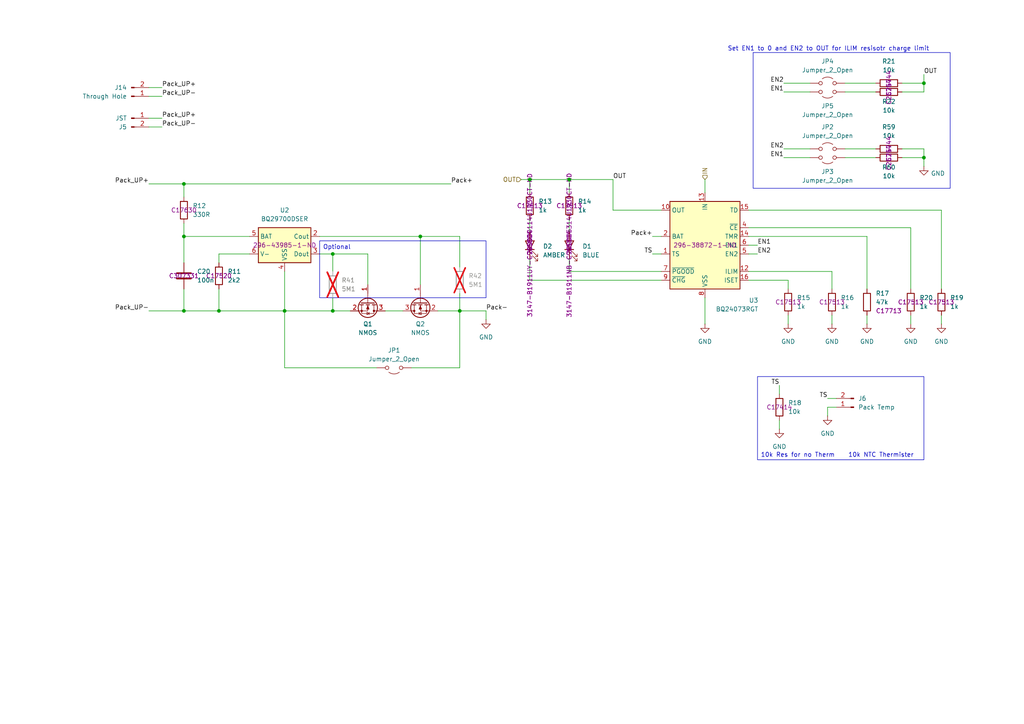
<source format=kicad_sch>
(kicad_sch (version 20250114) (generator "eeschema") (generator_version "9.0")
  (paper "A4")
  (title_block (rev "Rev.1"))
  (lib_symbols
    (symbol "Battery_Management:BQ24073RGT"
      (property "Reference" "U" (at -8.89 13.97 0))
      (property "Value" "BQ24073RGT" (at 16.51 13.97 0))
      (symbol "BQ24073RGT_0_1"
        (rectangle (start -10.16 12.7) (end 10.16 -12.7) (stroke (width 0.254)) (fill (type background)))
      )
      (symbol "BQ24073RGT_1_1"
        (pin input line (at -12.7 10.16 0) (length 2.54) (name "TD") (number "15"))
        (pin input line (at -12.7 5.08 0) (length 2.54) (name "~{CE}") (number "4"))
        (pin input line (at -12.7 2.54 0) (length 2.54) (name "TMR") (number "14"))
        (pin input line (at -12.7 0 0) (length 2.54) (name "EN1") (number "6"))
        (pin input line (at -12.7 -2.54 0) (length 2.54) (name "EN2") (number "5"))
        (pin passive line (at -12.7 -7.62 0) (length 2.54) (name "ILIM") (number "12"))
        (pin passive line (at -12.7 -10.16 0) (length 2.54) (name "ISET") (number "16"))
        (pin power_in line (at 0 15.24 270) (length 2.54) (name "IN") (number "13"))
        (pin passive line (at 0 -15.24 90) (length 2.54) (hide yes) (name "VSS") (number "17"))
        (pin power_in line (at 0 -15.24 90) (length 2.54) (name "VSS") (number "8"))
        (pin power_out line (at 12.7 10.16 180) (length 2.54) (name "OUT") (number "10"))
        (pin passive line (at 12.7 10.16 180) (length 2.54) (hide yes) (name "OUT") (number "11"))
        (pin power_out line (at 12.7 2.54 180) (length 2.54) (name "BAT") (number "2"))
        (pin passive line (at 12.7 2.54 180) (length 2.54) (hide yes) (name "BAT") (number "3"))
        (pin passive line (at 12.7 -2.54 180) (length 2.54) (name "TS") (number "1"))
        (pin open_collector line (at 12.7 -7.62 180) (length 2.54) (name "~{PGOOD}") (number "7"))
        (pin open_collector line (at 12.7 -10.16 180) (length 2.54) (name "~{CHG}") (number "9"))
      )
    )
    (symbol "Battery_Management:BQ297xy"
      (property "Reference" "U" (at -6.35 6.35 0))
      (property "Value" "BQ297xy" (at 5.08 -6.35 0))
      (symbol "BQ297xy_0_1"
        (rectangle (start -7.62 5.08) (end 7.62 -5.08) (stroke (width 0.254)) (fill (type background)))
      )
      (symbol "BQ297xy_1_1"
        (pin input line (at -10.16 2.54 0) (length 2.54) (name "BAT") (number "5"))
        (pin input line (at -10.16 -2.54 0) (length 2.54) (name "V-") (number "6"))
        (pin power_in line (at 0 -7.62 90) (length 2.54) (name "VSS") (number "4"))
        (pin no_connect line (at 7.62 0 180) (length 2.54) (hide yes) (name "NC") (number "1"))
        (pin output line (at 10.16 2.54 180) (length 2.54) (name "Cout") (number "2"))
        (pin output line (at 10.16 -2.54 180) (length 2.54) (name "Dout") (number "3"))
      )
    )
    (symbol "Connector:Conn_01x02_Pin" (pin_names (offset 1.016) (hide yes))
      (property "Reference" "J" (at 0 2.54 0))
      (property "Value" "Conn_01x02_Pin" (at 0 -5.08 0))
      (symbol "Conn_01x02_Pin_1_1"
        (rectangle (start 0.8636 0.127) (end 0 -0.127) (stroke (width 0.1524)) (fill (type outline)))
        (rectangle (start 0.8636 -2.413) (end 0 -2.667) (stroke (width 0.1524)) (fill (type outline)))
        (polyline (pts (xy 1.27 0) (xy 0.8636 0)) (stroke (width 0.1524)))
        (polyline (pts (xy 1.27 -2.54) (xy 0.8636 -2.54)) (stroke (width 0.1524)))
        (pin passive line (at 5.08 0 180) (length 3.81) (name "Pin_1") (number "1"))
        (pin passive line (at 5.08 -2.54 180) (length 3.81) (name "Pin_2") (number "2"))
      )
    )
    (symbol "Device:C" (pin_numbers (hide yes)) (pin_names (offset 0.254))
      (property "Reference" "C" (at 0.635 2.54 0))
      (property "Value" "C" (at 0.635 -2.54 0))
      (symbol "C_0_1"
        (polyline (pts (xy -2.032 0.762) (xy 2.032 0.762)) (stroke (width 0.508)))
        (polyline (pts (xy -2.032 -0.762) (xy 2.032 -0.762)) (stroke (width 0.508)))
      )
      (symbol "C_1_1"
        (pin passive line (at 0 3.81 270) (length 2.794) (name "~") (number "1"))
        (pin passive line (at 0 -3.81 90) (length 2.794) (name "~") (number "2"))
      )
    )
    (symbol "Device:LED" (pin_numbers (hide yes)) (pin_names (offset 1.016) (hide yes))
      (property "Reference" "D" (at 0 2.54 0))
      (property "Value" "LED" (at 0 -2.54 0))
      (symbol "LED_0_1"
        (polyline (pts (xy -3.048 -0.762) (xy -4.572 -2.286) (xy -3.81 -2.286) (xy -4.572 -2.286) (xy -4.572 -1.524)))
        (polyline (pts (xy -1.778 -0.762) (xy -3.302 -2.286) (xy -2.54 -2.286) (xy -3.302 -2.286) (xy -3.302 -1.524)))
        (polyline (pts (xy -1.27 0) (xy 1.27 0)))
        (polyline (pts (xy -1.27 -1.27) (xy -1.27 1.27)) (stroke (width 0.254)))
        (polyline (pts (xy 1.27 -1.27) (xy 1.27 1.27) (xy -1.27 0) (xy 1.27 -1.27)) (stroke (width 0.254)))
      )
      (symbol "LED_1_1"
        (pin passive line (at -3.81 0 0) (length 2.54) (name "K") (number "1"))
        (pin passive line (at 3.81 0 180) (length 2.54) (name "A") (number "2"))
      )
    )
    (symbol "Device:R" (pin_numbers (hide yes)) (pin_names (offset 0))
      (property "Reference" "R" (at 2.032 0 90))
      (property "Value" "R" (at 0 0 90))
      (symbol "R_0_1"
        (rectangle (start -1.016 -2.54) (end 1.016 2.54) (stroke (width 0.254)))
      )
      (symbol "R_1_1"
        (pin passive line (at 0 3.81 270) (length 1.27) (name "~") (number "1"))
        (pin passive line (at 0 -3.81 90) (length 1.27) (name "~") (number "2"))
      )
    )
    (symbol "Jumper:Jumper_2_Open" (pin_numbers (hide yes)) (pin_names (offset 0) (hide yes)) (exclude_from_sim yes)
      (property "Reference" "JP" (at 0 2.794 0))
      (property "Value" "Jumper_2_Open" (at 0 -2.286 0))
      (symbol "Jumper_2_Open_0_0"
        (circle (center -2.032 0) (radius 0.508))
        (circle (center 2.032 0) (radius 0.508))
      )
      (symbol "Jumper_2_Open_0_1"
        (arc (start -1.524 1.27) (mid 0 1.778) (end 1.524 1.27))
      )
      (symbol "Jumper_2_Open_1_1"
        (pin passive line (at -5.08 0 0) (length 2.54) (name "A") (number "1"))
        (pin passive line (at 5.08 0 180) (length 2.54) (name "B") (number "2"))
      )
    )
    (symbol "Transistor_FET:Q_NMOS_GSD" (pin_names (offset 0) (hide yes))
      (property "Reference" "Q" (at 5.08 1.905 0))
      (property "Value" "Q_NMOS_GSD" (at 5.08 0 0))
      (symbol "Q_NMOS_GSD_0_1"
        (polyline (pts (xy 0.254 1.905) (xy 0.254 -1.905)) (stroke (width 0.254)))
        (polyline (pts (xy 0.254 0) (xy -2.54 0)))
        (polyline (pts (xy 0.762 2.286) (xy 0.762 1.27)) (stroke (width 0.254)))
        (polyline (pts (xy 0.762 0.508) (xy 0.762 -0.508)) (stroke (width 0.254)))
        (polyline (pts (xy 0.762 -1.27) (xy 0.762 -2.286)) (stroke (width 0.254)))
        (polyline (pts (xy 0.762 -1.778) (xy 3.302 -1.778) (xy 3.302 1.778) (xy 0.762 1.778)))
        (polyline (pts (xy 1.016 0) (xy 2.032 0.381) (xy 2.032 -0.381) (xy 1.016 0)) (fill (type outline)))
        (circle (center 1.651 0) (radius 2.794) (stroke (width 0.254)))
        (polyline (pts (xy 2.54 2.54) (xy 2.54 1.778)))
        (circle (center 2.54 1.778) (radius 0.254) (fill (type outline)))
        (circle (center 2.54 -1.778) (radius 0.254) (fill (type outline)))
        (polyline (pts (xy 2.54 -2.54) (xy 2.54 0) (xy 0.762 0)))
        (polyline (pts (xy 2.921 0.381) (xy 3.683 0.381)))
        (polyline (pts (xy 3.302 0.381) (xy 2.921 -0.254) (xy 3.683 -0.254) (xy 3.302 0.381)))
      )
      (symbol "Q_NMOS_GSD_1_1"
        (pin input line (at -5.08 0 0) (length 2.54) (name "G") (number "1"))
        (pin passive line (at 2.54 5.08 270) (length 2.54) (name "D") (number "3"))
        (pin passive line (at 2.54 -5.08 90) (length 2.54) (name "S") (number "2"))
      )
    )
    (symbol "power:GND" (power) (pin_numbers (hide yes)) (pin_names (offset 0) (hide yes))
      (property "Value" "GND" (at 0 -3.81 0))
      (symbol "GND_0_1"
        (polyline (pts (xy 0 0) (xy 0 -1.27) (xy 1.27 -1.27) (xy 0 -2.54) (xy -1.27 -1.27) (xy 0 -1.27)))
      )
      (symbol "GND_1_1"
        (pin power_in line (at 0 0 270) (length 0) (name "~") (number "1"))
      )
    )
  )
  (rectangle (start 219.71 109.22) (end 267.97 133.35))
  (rectangle (start 218.44 15.24) (end 275.59 54.61))
  (text "10k NTC Thermister" (at 255.524 132.08 0) (effects (font (size 1.27 1.27))))
  (text "Set EN1 to 0 and EN2 to OUT for ILIM resisotr charge limit" (at 240.284 14.224 0) (effects (font (size 1.27 1.27))))
  (text "10k Res for no Therm" (at 231.394 132.08 0) (effects (font (size 1.27 1.27))))
  (text_box "Optional" (at 92.71 69.85 0) (size 48.26 16.51) (margins 0.9525 0.9525 0.9525 0.9525) (effects (font (size 1.27 1.27)) (justify left top)))
  (junction (at 96.52 90.17))
  (junction (at 96.52 73.66))
  (junction (at 53.34 90.17))
  (junction (at 133.35 90.17))
  (junction (at 53.34 53.34))
  (junction (at 82.55 90.17))
  (junction (at 121.92 68.58))
  (junction (at 165.1 52.07))
  (junction (at 267.97 24.13))
  (junction (at 153.67 52.07))
  (junction (at 267.97 45.72))
  (junction (at 53.34 68.58))
  (junction (at 63.5 90.17))
  (wire (pts (xy 43.18 34.29) (xy 46.99 34.29)))
  (wire (pts (xy 165.1 78.74) (xy 191.77 78.74)))
  (wire (pts (xy 111.76 90.17) (xy 116.84 90.17)))
  (wire (pts (xy 240.03 120.65) (xy 240.03 118.11)))
  (wire (pts (xy 241.3 78.74) (xy 241.3 83.82)))
  (wire (pts (xy 92.71 68.58) (xy 121.92 68.58)))
  (wire (pts (xy 53.34 68.58) (xy 53.34 76.2)))
  (wire (pts (xy 165.1 52.07) (xy 177.8 52.07)))
  (wire (pts (xy 228.6 83.82) (xy 228.6 81.28)))
  (wire (pts (xy 261.62 43.18) (xy 267.97 43.18)))
  (wire (pts (xy 121.92 68.58) (xy 121.92 82.55)))
  (wire (pts (xy 264.16 91.44) (xy 264.16 93.98)))
  (wire (pts (xy 153.67 74.93) (xy 153.67 81.28)))
  (wire (pts (xy 245.11 43.18) (xy 254 43.18)))
  (wire (pts (xy 251.46 83.82) (xy 251.46 68.58)))
  (wire (pts (xy 153.67 63.5) (xy 153.67 67.31)))
  (wire (pts (xy 46.99 27.94) (xy 43.18 27.94)))
  (wire (pts (xy 228.6 81.28) (xy 217.17 81.28)))
  (wire (pts (xy 267.97 21.59) (xy 267.97 24.13)))
  (wire (pts (xy 63.5 83.82) (xy 63.5 90.17)))
  (wire (pts (xy 106.68 82.55) (xy 106.68 73.66)))
  (wire (pts (xy 153.67 52.07) (xy 165.1 52.07)))
  (wire (pts (xy 251.46 68.58) (xy 217.17 68.58)))
  (wire (pts (xy 140.97 90.17) (xy 140.97 92.71)))
  (wire (pts (xy 109.22 106.68) (xy 82.55 106.68)))
  (wire (pts (xy 177.8 60.96) (xy 191.77 60.96)))
  (wire (pts (xy 189.23 68.58) (xy 191.77 68.58)))
  (wire (pts (xy 267.97 43.18) (xy 267.97 45.72)))
  (wire (pts (xy 228.6 91.44) (xy 228.6 93.98)))
  (wire (pts (xy 96.52 73.66) (xy 92.71 73.66)))
  (wire (pts (xy 241.3 91.44) (xy 241.3 93.98)))
  (wire (pts (xy 264.16 66.04) (xy 217.17 66.04)))
  (wire (pts (xy 82.55 90.17) (xy 96.52 90.17)))
  (wire (pts (xy 63.5 90.17) (xy 53.34 90.17)))
  (wire (pts (xy 96.52 86.36) (xy 96.52 90.17)))
  (wire (pts (xy 96.52 90.17) (xy 101.6 90.17)))
  (wire (pts (xy 227.33 43.18) (xy 234.95 43.18)))
  (wire (pts (xy 219.71 71.12) (xy 217.17 71.12)))
  (wire (pts (xy 121.92 68.58) (xy 133.35 68.58)))
  (wire (pts (xy 53.34 53.34) (xy 53.34 57.15)))
  (wire (pts (xy 189.23 73.66) (xy 191.77 73.66)))
  (wire (pts (xy 273.05 60.96) (xy 217.17 60.96)))
  (wire (pts (xy 53.34 83.82) (xy 53.34 90.17)))
  (wire (pts (xy 240.03 118.11) (xy 242.57 118.11)))
  (wire (pts (xy 241.3 78.74) (xy 217.17 78.74)))
  (wire (pts (xy 140.97 90.17) (xy 133.35 90.17)))
  (wire (pts (xy 133.35 106.68) (xy 133.35 90.17)))
  (wire (pts (xy 53.34 53.34) (xy 130.81 53.34)))
  (wire (pts (xy 82.55 78.74) (xy 82.55 90.17)))
  (wire (pts (xy 240.03 115.57) (xy 242.57 115.57)))
  (wire (pts (xy 227.33 24.13) (xy 234.95 24.13)))
  (wire (pts (xy 82.55 90.17) (xy 63.5 90.17)))
  (wire (pts (xy 153.67 55.88) (xy 153.67 52.07)))
  (wire (pts (xy 153.67 81.28) (xy 191.77 81.28)))
  (wire (pts (xy 53.34 64.77) (xy 53.34 68.58)))
  (wire (pts (xy 254 26.67) (xy 245.11 26.67)))
  (wire (pts (xy 153.67 52.07) (xy 151.13 52.07)))
  (wire (pts (xy 177.8 52.07) (xy 177.8 60.96)))
  (wire (pts (xy 96.52 73.66) (xy 106.68 73.66)))
  (wire (pts (xy 96.52 78.74) (xy 96.52 73.66)))
  (wire (pts (xy 227.33 45.72) (xy 234.95 45.72)))
  (wire (pts (xy 273.05 83.82) (xy 273.05 60.96)))
  (wire (pts (xy 261.62 45.72) (xy 267.97 45.72)))
  (wire (pts (xy 165.1 63.5) (xy 165.1 67.31)))
  (wire (pts (xy 227.33 26.67) (xy 234.95 26.67)))
  (wire (pts (xy 63.5 73.66) (xy 63.5 76.2)))
  (wire (pts (xy 264.16 83.82) (xy 264.16 66.04)))
  (wire (pts (xy 43.18 25.4) (xy 46.99 25.4)))
  (wire (pts (xy 133.35 85.09) (xy 133.35 90.17)))
  (wire (pts (xy 53.34 90.17) (xy 43.18 90.17)))
  (wire (pts (xy 82.55 90.17) (xy 82.55 106.68)))
  (wire (pts (xy 43.18 53.34) (xy 53.34 53.34)))
  (wire (pts (xy 72.39 73.66) (xy 63.5 73.66)))
  (wire (pts (xy 119.38 106.68) (xy 133.35 106.68)))
  (wire (pts (xy 165.1 74.93) (xy 165.1 78.74)))
  (wire (pts (xy 245.11 24.13) (xy 254 24.13)))
  (wire (pts (xy 226.06 114.3) (xy 226.06 111.76)))
  (wire (pts (xy 267.97 24.13) (xy 267.97 26.67)))
  (wire (pts (xy 245.11 45.72) (xy 254 45.72)))
  (wire (pts (xy 251.46 91.44) (xy 251.46 93.98)))
  (wire (pts (xy 165.1 52.07) (xy 165.1 55.88)))
  (wire (pts (xy 273.05 91.44) (xy 273.05 93.98)))
  (wire (pts (xy 204.47 86.36) (xy 204.47 93.98)))
  (wire (pts (xy 267.97 26.67) (xy 261.62 26.67)))
  (wire (pts (xy 261.62 24.13) (xy 267.97 24.13)))
  (wire (pts (xy 204.47 52.07) (xy 204.47 55.88)))
  (wire (pts (xy 226.06 121.92) (xy 226.06 124.46)))
  (wire (pts (xy 267.97 45.72) (xy 267.97 48.26)))
  (wire (pts (xy 133.35 77.47) (xy 133.35 68.58)))
  (wire (pts (xy 53.34 68.58) (xy 72.39 68.58)))
  (wire (pts (xy 219.71 73.66) (xy 217.17 73.66)))
  (wire (pts (xy 127 90.17) (xy 133.35 90.17)))
  (wire (pts (xy 46.99 36.83) (xy 43.18 36.83)))
  (label "Pack+" (at 130.81 53.34 0))
  (label "TS" (at 189.23 73.66 180))
  (label "Pack_UP+" (at 46.99 34.29 0))
  (label "EN1" (at 219.71 71.12 0))
  (label "EN2" (at 219.71 73.66 0))
  (label "OUT" (at 267.97 21.59 0))
  (label "Pack_UP-" (at 43.18 90.17 180))
  (label "EN1" (at 227.33 26.67 180))
  (label "EN2" (at 227.33 43.18 180))
  (label "OUT" (at 177.8 52.07 0))
  (label "Pack_UP+" (at 46.99 25.4 0))
  (label "Pack_UP+" (at 43.18 53.34 180))
  (label "TS" (at 240.03 115.57 180))
  (label "Pack+" (at 189.23 68.58 180))
  (label "EN1" (at 227.33 45.72 180))
  (label "Pack_UP-" (at 46.99 27.94 0))
  (label "Pack_UP-" (at 46.99 36.83 0))
  (label "EN2" (at 227.33 24.13 180))
  (label "TS" (at 226.06 111.76 180))
  (label "Pack-" (at 140.97 90.17 0))
  (hierarchical_label "IN" (shape input) (at 204.47 52.07 90))
  (hierarchical_label "OUT" (shape input) (at 151.13 52.07 180))
  (symbol (lib_id "Device:R") (at 257.81 26.67 90) (unit 1)
    (property "Reference" "R22" (at 257.81 29.464 90))
    (property "Value" "10k" (at 257.81 32.004 90))
    (property "Footprint" "Resistor_SMD:R_0402_1005Metric" (effects (hide yes)))
    (property "Description" "Resistor" (effects (hide yes)))
    (property "LCSC" "C25744" (at 257.81 26.67 0))
  )
  (symbol (lib_id "Device:R") (at 241.3 87.63 0) (unit 1)
    (property "Reference" "R16" (at 243.84 86.3599 0) (effects (justify left)))
    (property "Value" "1k" (at 243.84 88.8999 0) (effects (justify left)))
    (property "Footprint" "Resistor_SMD:R_0805_2012Metric" (effects (hide yes)))
    (property "Description" "Resistor" (effects (hide yes)))
    (property "LCSC" "C17513" (at 241.3 87.63 0))
  )
  (symbol (lib_id "Device:R") (at 96.52 82.55 0) (unit 1) (dnp yes)
    (property "Reference" "R41" (at 99.06 81.2799 0) (effects (justify left)))
    (property "Value" "5M1" (at 99.06 83.8199 0) (effects (justify left)))
    (property "Footprint" "Resistor_SMD:R_0805_2012Metric" (effects (hide yes)))
    (property "Description" "Resistor" (effects (hide yes)))
  )
  (symbol (lib_id "Device:R") (at 264.16 87.63 0) (unit 1)
    (property "Reference" "R20" (at 266.7 86.3599 0) (effects (justify left)))
    (property "Value" "1k" (at 266.7 88.8999 0) (effects (justify left)))
    (property "Footprint" "Resistor_SMD:R_0805_2012Metric" (effects (hide yes)))
    (property "Description" "Resistor" (effects (hide yes)))
    (property "LCSC" "C17513" (at 264.16 87.63 0))
  )
  (symbol (lib_id "power:GND") (at 204.47 93.98 0) (unit 1)
    (property "Reference" "#PWR020" (effects (hide yes)))
    (property "Value" "GND" (at 204.47 99.06 0))
    (property "Description" "Power symbol creates a global label with name \"GND\" , ground" (effects (hide yes)))
  )
  (symbol (lib_id "Device:R") (at 251.46 87.63 0) (unit 1)
    (property "Reference" "R17" (at 254 85.0899 0) (effects (justify left)))
    (property "Value" "47k" (at 254 87.6299 0) (effects (justify left)))
    (property "Footprint" "Resistor_SMD:R_0805_2012Metric" (effects (hide yes)))
    (property "Description" "Resistor" (effects (hide yes)))
    (property "LCSC" "C17713" (at 254 90.1699 0) (effects (justify left)))
  )
  (symbol (lib_id "power:GND") (at 240.03 120.65 0) (unit 1)
    (property "Reference" "#PWR027" (effects (hide yes)))
    (property "Value" "GND" (at 240.03 125.73 0))
    (property "Description" "Power symbol creates a global label with name \"GND\" , ground" (effects (hide yes)))
  )
  (symbol (lib_id "Jumper:Jumper_2_Open") (at 240.03 26.67 180) (unit 1) (exclude_from_sim yes)
    (property "Reference" "JP5" (at 240.03 30.734 0))
    (property "Value" "Jumper_2_Open" (at 240.03 33.274 0))
    (property "Footprint" "Jumper:SolderJumper-2_P1.3mm_Open_TrianglePad1.0x1.5mm" (effects (hide yes)))
    (property "Description" "Jumper, 2-pole, open" (effects (hide yes)))
  )
  (symbol (lib_id "Jumper:Jumper_2_Open") (at 240.03 24.13 0) (unit 1) (exclude_from_sim yes)
    (property "Reference" "JP4" (at 240.03 17.78 0))
    (property "Value" "Jumper_2_Open" (at 240.03 20.32 0))
    (property "Footprint" "Jumper:SolderJumper-2_P1.3mm_Open_TrianglePad1.0x1.5mm" (effects (hide yes)))
    (property "Description" "Jumper, 2-pole, open" (effects (hide yes)))
  )
  (symbol (lib_id "Device:LED") (at 153.67 71.12 90) (unit 1)
    (property "Reference" "D2" (at 157.48 71.4374 90) (effects (justify right)))
    (property "Value" "AMBER" (at 157.48 73.9774 90) (effects (justify right)))
    (property "Footprint" "LED_SMD:LED_0603_1608Metric" (effects (hide yes)))
    (property "Description" "Light emitting diode" (effects (hide yes)))
    (property "Sim.Pins" "1=K 2=A" (effects (hide yes)))
    (property "LCSC" "C965804" (at 153.67 71.12 0))
    (property "DK#" "3147-B1911UY--20D000114U1930CT-ND" (at 153.67 71.12 0))
  )
  (symbol (lib_id "Connector:Conn_01x02_Pin") (at 38.1 34.29 0) (unit 1)
    (property "Reference" "J5" (at 36.83 36.8301 0) (effects (justify right)))
    (property "Value" "JST" (at 36.83 34.2901 0) (effects (justify right)))
    (property "Footprint" "Connector_JST:JST_PH_B2B-PH-K_1x02_P2.00mm_Vertical" (effects (hide yes)))
    (property "Description" "Generic connector, single row, 01x02, script generated" (effects (hide yes)))
  )
  (symbol (lib_id "Device:R") (at 53.34 60.96 0) (unit 1)
    (property "Reference" "R12" (at 55.88 59.6899 0) (effects (justify left)))
    (property "Value" "330R" (at 55.88 62.2299 0) (effects (justify left)))
    (property "Footprint" "Resistor_SMD:R_0805_2012Metric" (effects (hide yes)))
    (property "Description" "Resistor" (effects (hide yes)))
    (property "LCSC" "C17630" (at 53.34 60.96 0))
  )
  (symbol (lib_id "power:GND") (at 226.06 124.46 0) (unit 1)
    (property "Reference" "#PWR026" (effects (hide yes)))
    (property "Value" "GND" (at 226.06 129.54 0))
    (property "Description" "Power symbol creates a global label with name \"GND\" , ground" (effects (hide yes)))
  )
  (symbol (lib_id "Device:R") (at 257.81 45.72 90) (unit 1)
    (property "Reference" "R60" (at 257.81 48.514 90))
    (property "Value" "10k" (at 257.81 51.054 90))
    (property "Footprint" "Resistor_SMD:R_0402_1005Metric" (effects (hide yes)))
    (property "Description" "Resistor" (effects (hide yes)))
    (property "LCSC" "C25744" (at 257.81 45.72 0))
  )
  (symbol (lib_id "power:GND") (at 140.97 92.71 0) (unit 1)
    (property "Reference" "#PWR021" (effects (hide yes)))
    (property "Value" "GND" (at 140.97 97.79 0))
    (property "Description" "Power symbol creates a global label with name \"GND\" , ground" (effects (hide yes)))
  )
  (symbol (lib_id "Transistor_FET:Q_NMOS_GSD") (at 121.92 87.63 90) (mirror x) (unit 1)
    (property "Reference" "Q2" (at 121.92 93.98 90))
    (property "Value" "NMOS" (at 121.92 96.52 90))
    (property "Footprint" "Package_TO_SOT_SMD:SOT-23" (effects (hide yes)))
    (property "Description" "N-MOSFET transistor, gate/source/drain" (effects (hide yes)))
    (property "Sim.Device" "NMOS" (effects (hide yes)))
    (property "Sim.Type" "VDMOS" (effects (hide yes)))
    (property "Sim.Pins" "1=D 2=G 3=S" (effects (hide yes)))
    (property "LCSC" "C427390" (effects (hide yes)))
  )
  (symbol (lib_id "power:GND") (at 228.6 93.98 0) (unit 1)
    (property "Reference" "#PWR023" (effects (hide yes)))
    (property "Value" "GND" (at 228.6 99.06 0))
    (property "Description" "Power symbol creates a global label with name \"GND\" , ground" (effects (hide yes)))
  )
  (symbol (lib_id "Device:R") (at 257.81 43.18 90) (unit 1)
    (property "Reference" "R59" (at 257.81 36.83 90))
    (property "Value" "10k" (at 257.81 39.37 90))
    (property "Footprint" "Resistor_SMD:R_0402_1005Metric" (effects (hide yes)))
    (property "Description" "Resistor" (effects (hide yes)))
    (property "LCSC" "C25744" (at 257.81 43.18 0))
  )
  (symbol (lib_id "Device:R") (at 273.05 87.63 0) (unit 1)
    (property "Reference" "R19" (at 275.59 86.3599 0) (effects (justify left)))
    (property "Value" "1k" (at 275.59 88.8999 0) (effects (justify left)))
    (property "Footprint" "Resistor_SMD:R_0805_2012Metric" (effects (hide yes)))
    (property "Description" "Resistor" (effects (hide yes)))
    (property "LCSC" "C17513" (at 273.05 87.63 0))
  )
  (symbol (lib_id "Device:R") (at 133.35 81.28 0) (unit 1) (dnp yes)
    (property "Reference" "R42" (at 135.89 80.0099 0) (effects (justify left)))
    (property "Value" "5M1" (at 135.89 82.5499 0) (effects (justify left)))
    (property "Footprint" "Resistor_SMD:R_0805_2012Metric" (effects (hide yes)))
    (property "Description" "Resistor" (effects (hide yes)))
  )
  (symbol (lib_id "power:GND") (at 273.05 93.98 0) (unit 1)
    (property "Reference" "#PWR028" (effects (hide yes)))
    (property "Value" "GND" (at 273.05 99.06 0))
    (property "Description" "Power symbol creates a global label with name \"GND\" , ground" (effects (hide yes)))
  )
  (symbol (lib_id "Battery_Management:BQ24073RGT") (at 204.47 71.12 0) (mirror y) (unit 1)
    (property "Reference" "U3" (at 219.964 87.122 0) (effects (justify left)))
    (property "Value" "BQ24073RGT" (at 219.964 89.662 0) (effects (justify left)))
    (property "Footprint" "Package_DFN_QFN:VQFN-16-1EP_3x3mm_P0.5mm_EP1.6x1.6mm" (effects (hide yes)))
    (property "Datasheet" "http://www.ti.com/lit/ds/symlink/bq24073.pdf" (effects (hide yes)))
    (property "Description" "USB-Friendly Li-Ion Battery Charger and Power-Path Management, VQFN-16" (effects (hide yes)))
    (property "LCSC" "C15220" (effects (hide yes)))
    (property "LCLink" "https://www.lcsc.com/product-detail/Battery-Management_Texas-Instruments-BQ24073RGTR_C15220.html?s_z=n_bq2407" (effects (hide yes)))
    (property "DK#" "296-38872-1-ND" (at 204.47 71.12 0))
  )
  (symbol (lib_id "power:GND") (at 267.97 48.26 0) (unit 1)
    (property "Reference" "#PWR022" (effects (hide yes)))
    (property "Value" "GND" (at 272.034 50.292 0))
    (property "Description" "Power symbol creates a global label with name \"GND\" , ground" (effects (hide yes)))
  )
  (symbol (lib_id "Transistor_FET:Q_NMOS_GSD") (at 106.68 87.63 270) (unit 1)
    (property "Reference" "Q1" (at 106.68 93.98 90))
    (property "Value" "NMOS" (at 106.68 96.52 90))
    (property "Footprint" "Package_TO_SOT_SMD:SOT-23" (effects (hide yes)))
    (property "Description" "N-MOSFET transistor, gate/source/drain" (effects (hide yes)))
    (property "Sim.Device" "NMOS" (effects (hide yes)))
    (property "Sim.Type" "VDMOS" (effects (hide yes)))
    (property "Sim.Pins" "1=D 2=G 3=S" (effects (hide yes)))
    (property "LCSC" "C427390" (effects (hide yes)))
  )
  (symbol (lib_id "Jumper:Jumper_2_Open") (at 114.3 106.68 180) (unit 1) (exclude_from_sim yes)
    (property "Reference" "JP1" (at 114.3 101.6 0))
    (property "Value" "Jumper_2_Open" (at 114.3 104.14 0))
    (property "Footprint" "Jumper:SolderJumper-2_P1.3mm_Open_TrianglePad1.0x1.5mm" (effects (hide yes)))
    (property "Description" "Jumper, 2-pole, open" (effects (hide yes)))
  )
  (symbol (lib_id "Device:R") (at 165.1 59.69 0) (unit 1)
    (property "Reference" "R14" (at 167.64 58.4199 0) (effects (justify left)))
    (property "Value" "1k" (at 167.64 60.9599 0) (effects (justify left)))
    (property "Footprint" "Resistor_SMD:R_0805_2012Metric" (effects (hide yes)))
    (property "Description" "Resistor" (effects (hide yes)))
    (property "LCSC" "C17513" (at 165.1 59.69 0))
  )
  (symbol (lib_id "Device:R") (at 257.81 24.13 90) (unit 1)
    (property "Reference" "R21" (at 257.81 17.78 90))
    (property "Value" "10k" (at 257.81 20.32 90))
    (property "Footprint" "Resistor_SMD:R_0402_1005Metric" (effects (hide yes)))
    (property "Description" "Resistor" (effects (hide yes)))
    (property "LCSC" "C25744" (at 257.81 24.13 0))
  )
  (symbol (lib_id "Battery_Management:BQ297xy") (at 82.55 71.12 0) (unit 1)
    (property "Reference" "U2" (at 82.55 60.96 0))
    (property "Value" "BQ29700DSER" (at 82.55 63.5 0))
    (property "Footprint" "Package_SON:WSON-6_1.5x1.5mm_P0.5mm" (effects (hide yes)))
    (property "Datasheet" "http://www.ti.com/lit/ds/symlink/bq2970.pdf" (effects (hide yes)))
    (property "Description" "Voltage and Current Protection for Single-Cell Li-Ion and Li-Polymer Batteries" (effects (hide yes)))
    (property "LCSC" "C183096" (effects (hide yes)))
    (property "DK#" "296-43985-1-ND" (at 82.55 71.12 0))
  )
  (symbol (lib_id "Device:C") (at 53.34 80.01 0) (unit 1)
    (property "Reference" "C20" (at 57.15 78.7399 0) (effects (justify left)))
    (property "Value" "100n" (at 57.15 81.2799 0) (effects (justify left)))
    (property "Footprint" "Capacitor_SMD:C_0402_1005Metric" (effects (hide yes)))
    (property "Description" "Unpolarized capacitor" (effects (hide yes)))
    (property "LCSC" "C307331" (at 53.34 80.01 0))
  )
  (symbol (lib_id "power:GND") (at 241.3 93.98 0) (unit 1)
    (property "Reference" "#PWR024" (effects (hide yes)))
    (property "Value" "GND" (at 241.3 99.06 0))
    (property "Description" "Power symbol creates a global label with name \"GND\" , ground" (effects (hide yes)))
  )
  (symbol (lib_id "Connector:Conn_01x02_Pin") (at 247.65 118.11 180) (unit 1)
    (property "Reference" "J6" (at 248.92 115.5699 0) (effects (justify right)))
    (property "Value" "Pack Temp" (at 248.92 118.1099 0) (effects (justify right)))
    (property "Footprint" "Connector_PinHeader_2.54mm:PinHeader_1x02_P2.54mm_Vertical" (effects (hide yes)))
    (property "Description" "Generic connector, single row, 01x02, script generated" (effects (hide yes)))
  )
  (symbol (lib_id "Device:R") (at 228.6 87.63 0) (unit 1)
    (property "Reference" "R15" (at 231.14 86.3599 0) (effects (justify left)))
    (property "Value" "1k" (at 231.14 88.8999 0) (effects (justify left)))
    (property "Footprint" "Resistor_SMD:R_0805_2012Metric" (effects (hide yes)))
    (property "Description" "Resistor" (effects (hide yes)))
    (property "LCSC" "C17513" (at 228.6 87.63 0))
  )
  (symbol (lib_id "power:GND") (at 264.16 93.98 0) (unit 1)
    (property "Reference" "#PWR029" (effects (hide yes)))
    (property "Value" "GND" (at 264.16 99.06 0))
    (property "Description" "Power symbol creates a global label with name \"GND\" , ground" (effects (hide yes)))
  )
  (symbol (lib_id "Device:R") (at 153.67 59.69 0) (unit 1)
    (property "Reference" "R13" (at 156.21 58.4199 0) (effects (justify left)))
    (property "Value" "1k" (at 156.21 60.9599 0) (effects (justify left)))
    (property "Footprint" "Resistor_SMD:R_0805_2012Metric" (effects (hide yes)))
    (property "Description" "Resistor" (effects (hide yes)))
    (property "LCSC" "C17513" (at 153.67 59.69 0))
  )
  (symbol (lib_id "Device:LED") (at 165.1 71.12 90) (unit 1)
    (property "Reference" "D1" (at 168.91 71.4374 90) (effects (justify right)))
    (property "Value" "BLUE" (at 168.91 73.9774 90) (effects (justify right)))
    (property "Footprint" "LED_SMD:LED_0603_1608Metric" (effects (hide yes)))
    (property "Description" "Light emitting diode" (effects (hide yes)))
    (property "Sim.Pins" "1=K 2=A" (effects (hide yes)))
    (property "LCSC" "C965804" (at 165.1 71.12 0))
    (property "DK#" "3147-B1911NB--20C005314U1930CT-ND" (at 165.1 71.12 0))
  )
  (symbol (lib_id "Device:R") (at 63.5 80.01 0) (unit 1)
    (property "Reference" "R11" (at 66.04 78.7399 0) (effects (justify left)))
    (property "Value" "2k2" (at 66.04 81.2799 0) (effects (justify left)))
    (property "Footprint" "Resistor_SMD:R_0805_2012Metric" (effects (hide yes)))
    (property "Description" "Resistor" (effects (hide yes)))
    (property "LCSC" "C17520" (at 63.5 80.01 0))
  )
  (symbol (lib_id "Jumper:Jumper_2_Open") (at 240.03 45.72 180) (unit 1) (exclude_from_sim yes)
    (property "Reference" "JP3" (at 240.03 49.784 0))
    (property "Value" "Jumper_2_Open" (at 240.03 52.324 0))
    (property "Footprint" "Jumper:SolderJumper-2_P1.3mm_Open_TrianglePad1.0x1.5mm" (effects (hide yes)))
    (property "Description" "Jumper, 2-pole, open" (effects (hide yes)))
  )
  (symbol (lib_id "Connector:Conn_01x02_Pin") (at 38.1 27.94 0) (mirror x) (unit 1)
    (property "Reference" "J14" (at 36.83 25.3999 0) (effects (justify right)))
    (property "Value" "Through Hole" (at 36.83 27.9399 0) (effects (justify right)))
    (property "Footprint" "Connector_PinHeader_2.54mm:PinHeader_1x02_P2.54mm_Vertical" (effects (hide yes)))
    (property "Description" "Generic connector, single row, 01x02, script generated" (effects (hide yes)))
  )
  (symbol (lib_id "Device:R") (at 226.06 118.11 0) (unit 1)
    (property "Reference" "R18" (at 228.6 116.8399 0) (effects (justify left)))
    (property "Value" "10k" (at 228.6 119.3799 0) (effects (justify left)))
    (property "Footprint" "Resistor_SMD:R_0805_2012Metric" (effects (hide yes)))
    (property "Description" "Resistor" (effects (hide yes)))
    (property "LCSC" "C17414" (at 226.06 118.11 0))
  )
  (symbol (lib_id "power:GND") (at 251.46 93.98 0) (unit 1)
    (property "Reference" "#PWR025" (effects (hide yes)))
    (property "Value" "GND" (at 251.46 99.06 0))
    (property "Description" "Power symbol creates a global label with name \"GND\" , ground" (effects (hide yes)))
  )
  (symbol (lib_id "Jumper:Jumper_2_Open") (at 240.03 43.18 0) (unit 1) (exclude_from_sim yes)
    (property "Reference" "JP2" (at 240.03 36.83 0))
    (property "Value" "Jumper_2_Open" (at 240.03 39.37 0))
    (property "Footprint" "Jumper:SolderJumper-2_P1.3mm_Open_TrianglePad1.0x1.5mm" (effects (hide yes)))
    (property "Description" "Jumper, 2-pole, open" (effects (hide yes)))
  )
)
</source>
